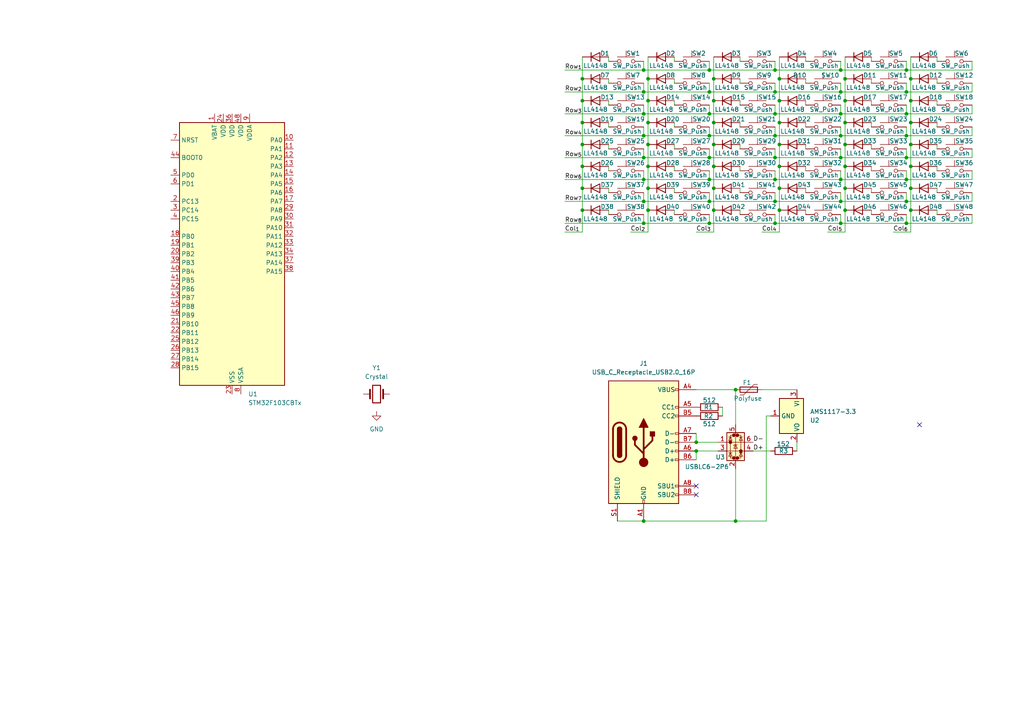
<source format=kicad_sch>
(kicad_sch (version 20250114) (generator "eeschema") (generator_version "9.0")
  (paper "A4")
  (lib_symbols
    (symbol "Connector:USB_C_Receptacle_USB2.0_16P" (pin_names (offset 1.016))
      (property "Reference" "J" (at 0 22.225 0))
      (property "Value" "USB_C_Receptacle_USB2.0_16P" (at 0 19.685 0))
      (symbol "USB_C_Receptacle_USB2.0_16P_1_1"
        (pin passive line (at -7.62 -22.86 90) (length 5.08) (name "SHIELD") (number "S1"))
        (pin passive line (at 0 -22.86 90) (length 5.08) (name "GND") (number "A1"))
        (pin passive line (at 0 -22.86 90) (length 5.08) (hide yes) (name "GND") (number "A12"))
        (pin passive line (at 0 -22.86 90) (length 5.08) (hide yes) (name "GND") (number "B1"))
        (pin passive line (at 0 -22.86 90) (length 5.08) (hide yes) (name "GND") (number "B12"))
        (pin passive line (at 15.24 15.24 180) (length 5.08) (name "VBUS") (number "A4"))
        (pin passive line (at 15.24 15.24 180) (length 5.08) (hide yes) (name "VBUS") (number "A9"))
        (pin passive line (at 15.24 15.24 180) (length 5.08) (hide yes) (name "VBUS") (number "B4"))
        (pin passive line (at 15.24 15.24 180) (length 5.08) (hide yes) (name "VBUS") (number "B9"))
        (pin bidirectional line (at 15.24 10.16 180) (length 5.08) (name "CC1") (number "A5"))
        (pin bidirectional line (at 15.24 7.62 180) (length 5.08) (name "CC2") (number "B5"))
        (pin bidirectional line (at 15.24 2.54 180) (length 5.08) (name "D-") (number "A7"))
        (pin bidirectional line (at 15.24 0 180) (length 5.08) (name "D-") (number "B7"))
        (pin bidirectional line (at 15.24 -2.54 180) (length 5.08) (name "D+") (number "A6"))
        (pin bidirectional line (at 15.24 -5.08 180) (length 5.08) (name "D+") (number "B6"))
        (pin bidirectional line (at 15.24 -12.7 180) (length 5.08) (name "SBU1") (number "A8"))
        (pin bidirectional line (at 15.24 -15.24 180) (length 5.08) (name "SBU2") (number "B8"))
      )
    )
    (symbol "Device:Crystal" (pin_numbers (hide yes)) (pin_names (offset 1.016) (hide yes))
      (property "Reference" "Y" (at 0 3.81 0))
      (property "Value" "Crystal" (at 0 -3.81 0))
      (symbol "Crystal_1_1"
        (pin passive line (at -3.81 0 0) (length 1.27) (name "1") (number "1"))
        (pin passive line (at 3.81 0 180) (length 1.27) (name "2") (number "2"))
      )
    )
    (symbol "Device:Polyfuse" (pin_numbers (hide yes)) (pin_names (offset 0))
      (property "Reference" "F" (at -2.54 0 90))
      (property "Value" "Polyfuse" (at 2.54 0 90))
      (symbol "Polyfuse_1_1"
        (pin passive line (at 0 3.81 270) (length 1.27) (name "~") (number "1"))
        (pin passive line (at 0 -3.81 90) (length 1.27) (name "~") (number "2"))
      )
    )
    (symbol "Device:R" (pin_numbers (hide yes)) (pin_names (offset 0))
      (property "Reference" "R" (at 2.032 0 90))
      (property "Value" "R" (at 0 0 90))
      (symbol "R_1_1"
        (pin passive line (at 0 3.81 270) (length 1.27) (name "~") (number "1"))
        (pin passive line (at 0 -3.81 90) (length 1.27) (name "~") (number "2"))
      )
    )
    (symbol "Diode:LL4148" (pin_numbers (hide yes)) (pin_names (hide yes))
      (property "Reference" "D" (at 0 2.54 0))
      (property "Value" "LL4148" (at 0 -2.54 0))
      (symbol "LL4148_1_1"
        (pin passive line (at -3.81 0 0) (length 2.54) (name "K") (number "1"))
        (pin passive line (at 3.81 0 180) (length 2.54) (name "A") (number "2"))
      )
    )
    (symbol "MCU_ST_STM32F1:STM32F103CBTx"
      (property "Reference" "U" (at -15.24 39.37 0))
      (property "Value" "STM32F103CBTx" (at 7.62 39.37 0))
      (symbol "STM32F103CBTx_1_1"
        (pin input line (at -17.78 33.02 0) (length 2.54) (name "NRST") (number "7"))
        (pin input line (at -17.78 27.94 0) (length 2.54) (name "BOOT0") (number "44"))
        (pin bidirectional line (at -17.78 22.86 0) (length 2.54) (name "PD0") (number "5"))
        (pin bidirectional line (at -17.78 20.32 0) (length 2.54) (name "PD1") (number "6"))
        (pin bidirectional line (at -17.78 15.24 0) (length 2.54) (name "PC13") (number "2"))
        (pin bidirectional line (at -17.78 12.7 0) (length 2.54) (name "PC14") (number "3"))
        (pin bidirectional line (at -17.78 10.16 0) (length 2.54) (name "PC15") (number "4"))
        (pin bidirectional line (at -17.78 5.08 0) (length 2.54) (name "PB0") (number "18"))
        (pin bidirectional line (at -17.78 2.54 0) (length 2.54) (name "PB1") (number "19"))
        (pin bidirectional line (at -17.78 0 0) (length 2.54) (name "PB2") (number "20"))
        (pin bidirectional line (at -17.78 -2.54 0) (length 2.54) (name "PB3") (number "39"))
        (pin bidirectional line (at -17.78 -5.08 0) (length 2.54) (name "PB4") (number "40"))
        (pin bidirectional line (at -17.78 -7.62 0) (length 2.54) (name "PB5") (number "41"))
        (pin bidirectional line (at -17.78 -10.16 0) (length 2.54) (name "PB6") (number "42"))
        (pin bidirectional line (at -17.78 -12.7 0) (length 2.54) (name "PB7") (number "43"))
        (pin bidirectional line (at -17.78 -15.24 0) (length 2.54) (name "PB8") (number "45"))
        (pin bidirectional line (at -17.78 -17.78 0) (length 2.54) (name "PB9") (number "46"))
        (pin bidirectional line (at -17.78 -20.32 0) (length 2.54) (name "PB10") (number "21"))
        (pin bidirectional line (at -17.78 -22.86 0) (length 2.54) (name "PB11") (number "22"))
        (pin bidirectional line (at -17.78 -25.4 0) (length 2.54) (name "PB12") (number "25"))
        (pin bidirectional line (at -17.78 -27.94 0) (length 2.54) (name "PB13") (number "26"))
        (pin bidirectional line (at -17.78 -30.48 0) (length 2.54) (name "PB14") (number "27"))
        (pin bidirectional line (at -17.78 -33.02 0) (length 2.54) (name "PB15") (number "28"))
        (pin power_in line (at -5.08 40.64 270) (length 2.54) (name "VBAT") (number "1"))
        (pin power_in line (at -2.54 40.64 270) (length 2.54) (name "VDD") (number "24"))
        (pin power_in line (at 0 40.64 270) (length 2.54) (name "VDD") (number "36"))
        (pin power_in line (at 0 -40.64 90) (length 2.54) (name "VSS") (number "23"))
        (pin passive line (at 0 -40.64 90) (length 2.54) (hide yes) (name "VSS") (number "35"))
        (pin passive line (at 0 -40.64 90) (length 2.54) (hide yes) (name "VSS") (number "47"))
        (pin power_in line (at 2.54 40.64 270) (length 2.54) (name "VDD") (number "48"))
        (pin power_in line (at 2.54 -40.64 90) (length 2.54) (name "VSSA") (number "8"))
        (pin power_in line (at 5.08 40.64 270) (length 2.54) (name "VDDA") (number "9"))
        (pin bidirectional line (at 17.78 33.02 180) (length 2.54) (name "PA0") (number "10"))
        (pin bidirectional line (at 17.78 30.48 180) (length 2.54) (name "PA1") (number "11"))
        (pin bidirectional line (at 17.78 27.94 180) (length 2.54) (name "PA2") (number "12"))
        (pin bidirectional line (at 17.78 25.4 180) (length 2.54) (name "PA3") (number "13"))
        (pin bidirectional line (at 17.78 22.86 180) (length 2.54) (name "PA4") (number "14"))
        (pin bidirectional line (at 17.78 20.32 180) (length 2.54) (name "PA5") (number "15"))
        (pin bidirectional line (at 17.78 17.78 180) (length 2.54) (name "PA6") (number "16"))
        (pin bidirectional line (at 17.78 15.24 180) (length 2.54) (name "PA7") (number "17"))
        (pin bidirectional line (at 17.78 12.7 180) (length 2.54) (name "PA8") (number "29"))
        (pin bidirectional line (at 17.78 10.16 180) (length 2.54) (name "PA9") (number "30"))
        (pin bidirectional line (at 17.78 7.62 180) (length 2.54) (name "PA10") (number "31"))
        (pin bidirectional line (at 17.78 5.08 180) (length 2.54) (name "PA11") (number "32"))
        (pin bidirectional line (at 17.78 2.54 180) (length 2.54) (name "PA12") (number "33"))
        (pin bidirectional line (at 17.78 0 180) (length 2.54) (name "PA13") (number "34"))
        (pin bidirectional line (at 17.78 -2.54 180) (length 2.54) (name "PA14") (number "37"))
        (pin bidirectional line (at 17.78 -5.08 180) (length 2.54) (name "PA15") (number "38"))
      )
    )
    (symbol "Power_Protection:USBLC6-2P6" (pin_names (hide yes))
      (property "Reference" "U" (at 0.635 5.715 0))
      (property "Value" "USBLC6-2P6" (at 0.635 3.81 0))
      (symbol "USBLC6-2P6_1_1"
        (pin passive line (at -5.08 0 0) (length 2.54) (name "I/O1") (number "1"))
        (pin passive line (at -5.08 -2.54 0) (length 2.54) (name "I/O2") (number "3"))
        (pin passive line (at 0 5.08 270) (length 2.54) (name "VBUS") (number "5"))
        (pin passive line (at 0 -7.62 90) (length 2.54) (name "GND") (number "2"))
        (pin passive line (at 5.08 0 180) (length 2.54) (name "I/O1") (number "6"))
        (pin passive line (at 5.08 -2.54 180) (length 2.54) (name "I/O2") (number "4"))
      )
    )
    (symbol "Regulator_Linear:AMS1117-3.3"
      (property "Reference" "U" (at -3.81 3.175 0))
      (property "Value" "AMS1117-3.3" (at 0 3.175 0))
      (symbol "AMS1117-3.3_1_1"
        (pin power_in line (at -7.62 0 0) (length 2.54) (name "VI") (number "3"))
        (pin power_in line (at 0 -7.62 90) (length 2.54) (name "GND") (number "1"))
        (pin power_out line (at 7.62 0 180) (length 2.54) (name "VO") (number "2"))
      )
    )
    (symbol "Switch:SW_Push" (pin_numbers (hide yes)) (pin_names (offset 1.016) (hide yes))
      (property "Reference" "SW" (at 1.27 2.54 0))
      (property "Value" "SW_Push" (at 0 -1.524 0))
      (symbol "SW_Push_0_1"
        (pin passive line (at -5.08 0 0) (length 2.54) (name "1") (number "1"))
        (pin passive line (at 5.08 0 180) (length 2.54) (name "2") (number "2"))
      )
    )
    (symbol "power:GND" (power) (pin_numbers (hide yes)) (pin_names (offset 0) (hide yes))
      (property "Value" "GND" (at 0 -3.81 0))
      (symbol "GND_1_1"
        (pin power_in line (at 0 0 270) (length 0) (name "~") (number "1"))
      )
    )
  )
  (junction (at 245.11 29.21))
  (junction (at 243.84 52.07))
  (junction (at 245.11 41.91))
  (junction (at 245.11 35.56))
  (junction (at 205.74 20.32))
  (junction (at 224.79 33.02))
  (junction (at 226.06 48.26))
  (junction (at 213.36 113.03))
  (junction (at 205.74 45.72))
  (junction (at 226.06 35.56))
  (junction (at 201.93 128.27))
  (junction (at 264.16 54.61))
  (junction (at 226.06 22.86))
  (junction (at 186.69 64.77))
  (junction (at 168.91 22.86))
  (junction (at 245.11 22.86))
  (junction (at 226.06 60.96))
  (junction (at 243.84 39.37))
  (junction (at 243.84 45.72))
  (junction (at 224.79 64.77))
  (junction (at 262.89 52.07))
  (junction (at 187.96 48.26))
  (junction (at 224.79 45.72))
  (junction (at 186.69 39.37))
  (junction (at 207.01 41.91))
  (junction (at 262.89 58.42))
  (junction (at 186.69 45.72))
  (junction (at 207.01 22.86))
  (junction (at 262.89 20.32))
  (junction (at 168.91 29.21))
  (junction (at 262.89 33.02))
  (junction (at 245.11 60.96))
  (junction (at 245.11 48.26))
  (junction (at 226.06 29.21))
  (junction (at 205.74 39.37))
  (junction (at 245.11 54.61))
  (junction (at 186.69 26.67))
  (junction (at 224.79 26.67))
  (junction (at 243.84 26.67))
  (junction (at 224.79 39.37))
  (junction (at 264.16 41.91))
  (junction (at 205.74 64.77))
  (junction (at 186.69 33.02))
  (junction (at 168.91 60.96))
  (junction (at 207.01 54.61))
  (junction (at 207.01 48.26))
  (junction (at 187.96 60.96))
  (junction (at 207.01 29.21))
  (junction (at 226.06 41.91))
  (junction (at 205.74 26.67))
  (junction (at 187.96 22.86))
  (junction (at 207.01 35.56))
  (junction (at 201.93 130.81))
  (junction (at 186.69 20.32))
  (junction (at 187.96 29.21))
  (junction (at 168.91 35.56))
  (junction (at 168.91 54.61))
  (junction (at 224.79 58.42))
  (junction (at 262.89 64.77))
  (junction (at 264.16 48.26))
  (junction (at 207.01 60.96))
  (junction (at 168.91 48.26))
  (junction (at 168.91 41.91))
  (junction (at 243.84 58.42))
  (junction (at 186.69 151.13))
  (junction (at 243.84 20.32))
  (junction (at 243.84 33.02))
  (junction (at 187.96 35.56))
  (junction (at 205.74 58.42))
  (junction (at 262.89 26.67))
  (junction (at 226.06 54.61))
  (junction (at 224.79 20.32))
  (junction (at 213.36 151.13))
  (junction (at 186.69 58.42))
  (junction (at 205.74 52.07))
  (junction (at 264.16 35.56))
  (junction (at 264.16 60.96))
  (junction (at 186.69 52.07))
  (junction (at 205.74 33.02))
  (junction (at 187.96 41.91))
  (junction (at 262.89 39.37))
  (junction (at 264.16 29.21))
  (junction (at 264.16 22.86))
  (junction (at 243.84 64.77))
  (junction (at 262.89 45.72))
  (junction (at 187.96 54.61))
  (junction (at 224.79 52.07))
  (no_connect (at 201.93 140.97))
  (no_connect (at 266.7 123.19))
  (no_connect (at 201.93 143.51))
  (wire (pts (xy 243.84 20.32) (xy 262.89 20.32)))
  (wire (pts (xy 224.79 64.77) (xy 224.79 62.23)))
  (wire (pts (xy 233.68 29.21) (xy 233.68 30.48)))
  (wire (pts (xy 168.91 60.96) (xy 168.91 67.31)))
  (wire (pts (xy 207.01 16.51) (xy 207.01 22.86)))
  (wire (pts (xy 226.06 29.21) (xy 226.06 35.56)))
  (wire (pts (xy 231.14 128.27) (xy 231.14 130.81)))
  (wire (pts (xy 262.89 45.72) (xy 281.94 45.72)))
  (wire (pts (xy 262.89 26.67) (xy 262.89 24.13)))
  (wire (pts (xy 262.89 39.37) (xy 262.89 36.83)))
  (wire (pts (xy 214.63 22.86) (xy 214.63 24.13)))
  (wire (pts (xy 222.25 120.65) (xy 222.25 151.13)))
  (wire (pts (xy 201.93 113.03) (xy 213.36 113.03)))
  (wire (pts (xy 214.63 29.21) (xy 214.63 30.48)))
  (wire (pts (xy 201.93 128.27) (xy 201.93 125.73)))
  (wire (pts (xy 168.91 29.21) (xy 168.91 35.56)))
  (wire (pts (xy 281.94 20.32) (xy 281.94 17.78)))
  (wire (pts (xy 163.83 33.02) (xy 186.69 33.02)))
  (wire (pts (xy 224.79 20.32) (xy 224.79 17.78)))
  (wire (pts (xy 186.69 20.32) (xy 186.69 17.78)))
  (wire (pts (xy 252.73 54.61) (xy 252.73 55.88)))
  (wire (pts (xy 262.89 45.72) (xy 262.89 43.18)))
  (wire (pts (xy 163.83 52.07) (xy 186.69 52.07)))
  (wire (pts (xy 243.84 39.37) (xy 243.84 36.83)))
  (wire (pts (xy 207.01 41.91) (xy 207.01 48.26)))
  (wire (pts (xy 252.73 22.86) (xy 252.73 24.13)))
  (wire (pts (xy 205.74 58.42) (xy 224.79 58.42)))
  (wire (pts (xy 186.69 45.72) (xy 186.69 43.18)))
  (wire (pts (xy 195.58 41.91) (xy 195.58 43.18)))
  (wire (pts (xy 205.74 52.07) (xy 224.79 52.07)))
  (wire (pts (xy 168.91 22.86) (xy 168.91 29.21)))
  (wire (pts (xy 281.94 33.02) (xy 281.94 30.48)))
  (wire (pts (xy 207.01 54.61) (xy 207.01 60.96)))
  (wire (pts (xy 271.78 29.21) (xy 271.78 30.48)))
  (wire (pts (xy 271.78 60.96) (xy 271.78 62.23)))
  (wire (pts (xy 205.74 45.72) (xy 205.74 43.18)))
  (wire (pts (xy 163.83 26.67) (xy 186.69 26.67)))
  (wire (pts (xy 179.07 151.13) (xy 186.69 151.13)))
  (wire (pts (xy 243.84 20.32) (xy 243.84 17.78)))
  (wire (pts (xy 186.69 151.13) (xy 213.36 151.13)))
  (wire (pts (xy 281.94 64.77) (xy 281.94 62.23)))
  (wire (pts (xy 207.01 35.56) (xy 207.01 41.91)))
  (wire (pts (xy 264.16 22.86) (xy 264.16 29.21)))
  (wire (pts (xy 195.58 48.26) (xy 195.58 49.53)))
  (wire (pts (xy 262.89 39.37) (xy 281.94 39.37)))
  (wire (pts (xy 176.53 16.51) (xy 176.53 17.78)))
  (wire (pts (xy 186.69 64.77) (xy 186.69 62.23)))
  (wire (pts (xy 209.55 118.11) (xy 209.55 120.65)))
  (wire (pts (xy 224.79 39.37) (xy 243.84 39.37)))
  (wire (pts (xy 195.58 29.21) (xy 195.58 30.48)))
  (wire (pts (xy 226.06 16.51) (xy 226.06 22.86)))
  (wire (pts (xy 205.74 45.72) (xy 224.79 45.72)))
  (wire (pts (xy 226.06 41.91) (xy 226.06 48.26)))
  (wire (pts (xy 223.52 120.65) (xy 222.25 120.65)))
  (wire (pts (xy 205.74 20.32) (xy 224.79 20.32)))
  (wire (pts (xy 243.84 64.77) (xy 262.89 64.77)))
  (wire (pts (xy 176.53 41.91) (xy 176.53 43.18)))
  (wire (pts (xy 195.58 16.51) (xy 195.58 17.78)))
  (wire (pts (xy 195.58 35.56) (xy 195.58 36.83)))
  (wire (pts (xy 163.83 45.72) (xy 186.69 45.72)))
  (wire (pts (xy 214.63 60.96) (xy 214.63 62.23)))
  (wire (pts (xy 182.88 67.31) (xy 187.96 67.31)))
  (wire (pts (xy 187.96 48.26) (xy 187.96 54.61)))
  (wire (pts (xy 186.69 39.37) (xy 205.74 39.37)))
  (wire (pts (xy 186.69 26.67) (xy 186.69 24.13)))
  (wire (pts (xy 176.53 48.26) (xy 176.53 49.53)))
  (wire (pts (xy 233.68 48.26) (xy 233.68 49.53)))
  (wire (pts (xy 281.94 26.67) (xy 281.94 24.13)))
  (wire (pts (xy 262.89 64.77) (xy 281.94 64.77)))
  (wire (pts (xy 233.68 16.51) (xy 233.68 17.78)))
  (wire (pts (xy 163.83 64.77) (xy 186.69 64.77)))
  (wire (pts (xy 214.63 41.91) (xy 214.63 43.18)))
  (wire (pts (xy 243.84 52.07) (xy 243.84 49.53)))
  (wire (pts (xy 224.79 33.02) (xy 224.79 30.48)))
  (wire (pts (xy 245.11 60.96) (xy 245.11 67.31)))
  (wire (pts (xy 264.16 35.56) (xy 264.16 41.91)))
  (wire (pts (xy 163.83 39.37) (xy 186.69 39.37)))
  (wire (pts (xy 168.91 41.91) (xy 168.91 48.26)))
  (wire (pts (xy 224.79 39.37) (xy 224.79 36.83)))
  (wire (pts (xy 207.01 60.96) (xy 207.01 67.31)))
  (wire (pts (xy 224.79 20.32) (xy 243.84 20.32)))
  (wire (pts (xy 186.69 26.67) (xy 205.74 26.67)))
  (wire (pts (xy 264.16 29.21) (xy 264.16 35.56)))
  (wire (pts (xy 252.73 29.21) (xy 252.73 30.48)))
  (wire (pts (xy 186.69 52.07) (xy 186.69 49.53)))
  (wire (pts (xy 208.28 130.81) (xy 201.93 130.81)))
  (wire (pts (xy 205.74 33.02) (xy 205.74 30.48)))
  (wire (pts (xy 176.53 22.86) (xy 176.53 24.13)))
  (wire (pts (xy 243.84 45.72) (xy 243.84 43.18)))
  (wire (pts (xy 245.11 16.51) (xy 245.11 22.86)))
  (wire (pts (xy 186.69 33.02) (xy 205.74 33.02)))
  (wire (pts (xy 224.79 26.67) (xy 224.79 24.13)))
  (wire (pts (xy 224.79 64.77) (xy 243.84 64.77)))
  (wire (pts (xy 252.73 35.56) (xy 252.73 36.83)))
  (wire (pts (xy 281.94 39.37) (xy 281.94 36.83)))
  (wire (pts (xy 243.84 26.67) (xy 262.89 26.67)))
  (wire (pts (xy 187.96 41.91) (xy 187.96 48.26)))
  (wire (pts (xy 243.84 52.07) (xy 262.89 52.07)))
  (wire (pts (xy 252.73 48.26) (xy 252.73 49.53)))
  (wire (pts (xy 281.94 52.07) (xy 281.94 49.53)))
  (wire (pts (xy 205.74 26.67) (xy 224.79 26.67)))
  (wire (pts (xy 243.84 39.37) (xy 262.89 39.37)))
  (wire (pts (xy 205.74 33.02) (xy 224.79 33.02)))
  (wire (pts (xy 233.68 54.61) (xy 233.68 55.88)))
  (wire (pts (xy 245.11 35.56) (xy 245.11 41.91)))
  (wire (pts (xy 213.36 135.89) (xy 213.36 151.13)))
  (wire (pts (xy 186.69 39.37) (xy 186.69 36.83)))
  (wire (pts (xy 264.16 60.96) (xy 264.16 67.31)))
  (wire (pts (xy 271.78 48.26) (xy 271.78 49.53)))
  (wire (pts (xy 186.69 33.02) (xy 186.69 30.48)))
  (wire (pts (xy 271.78 22.86) (xy 271.78 24.13)))
  (wire (pts (xy 168.91 35.56) (xy 168.91 41.91)))
  (wire (pts (xy 245.11 41.91) (xy 245.11 48.26)))
  (wire (pts (xy 259.08 67.31) (xy 264.16 67.31)))
  (wire (pts (xy 243.84 58.42) (xy 262.89 58.42)))
  (wire (pts (xy 243.84 45.72) (xy 262.89 45.72)))
  (wire (pts (xy 201.93 67.31) (xy 207.01 67.31)))
  (wire (pts (xy 226.06 48.26) (xy 226.06 54.61)))
  (wire (pts (xy 264.16 48.26) (xy 264.16 54.61)))
  (wire (pts (xy 245.11 48.26) (xy 245.11 54.61)))
  (wire (pts (xy 226.06 22.86) (xy 226.06 29.21)))
  (wire (pts (xy 163.83 67.31) (xy 168.91 67.31)))
  (wire (pts (xy 224.79 33.02) (xy 243.84 33.02)))
  (wire (pts (xy 176.53 60.96) (xy 176.53 62.23)))
  (wire (pts (xy 226.06 35.56) (xy 226.06 41.91)))
  (wire (pts (xy 186.69 58.42) (xy 205.74 58.42)))
  (wire (pts (xy 245.11 29.21) (xy 245.11 35.56)))
  (wire (pts (xy 245.11 22.86) (xy 245.11 29.21)))
  (wire (pts (xy 262.89 26.67) (xy 281.94 26.67)))
  (wire (pts (xy 195.58 60.96) (xy 195.58 62.23)))
  (wire (pts (xy 226.06 54.61) (xy 226.06 60.96)))
  (wire (pts (xy 213.36 113.03) (xy 213.36 123.19)))
  (wire (pts (xy 214.63 16.51) (xy 214.63 17.78)))
  (wire (pts (xy 205.74 64.77) (xy 205.74 62.23)))
  (wire (pts (xy 186.69 58.42) (xy 186.69 55.88)))
  (wire (pts (xy 243.84 64.77) (xy 243.84 62.23)))
  (wire (pts (xy 176.53 54.61) (xy 176.53 55.88)))
  (wire (pts (xy 233.68 22.86) (xy 233.68 24.13)))
  (wire (pts (xy 195.58 54.61) (xy 195.58 55.88)))
  (wire (pts (xy 243.84 33.02) (xy 262.89 33.02)))
  (wire (pts (xy 207.01 29.21) (xy 207.01 35.56)))
  (wire (pts (xy 233.68 41.91) (xy 233.68 43.18)))
  (wire (pts (xy 205.74 64.77) (xy 224.79 64.77)))
  (wire (pts (xy 168.91 16.51) (xy 168.91 22.86)))
  (wire (pts (xy 207.01 22.86) (xy 207.01 29.21)))
  (wire (pts (xy 168.91 48.26) (xy 168.91 54.61)))
  (wire (pts (xy 262.89 33.02) (xy 281.94 33.02)))
  (wire (pts (xy 271.78 41.91) (xy 271.78 43.18)))
  (wire (pts (xy 262.89 20.32) (xy 262.89 17.78)))
  (wire (pts (xy 218.44 130.81) (xy 223.52 130.81)))
  (wire (pts (xy 262.89 33.02) (xy 262.89 30.48)))
  (wire (pts (xy 224.79 45.72) (xy 224.79 43.18)))
  (wire (pts (xy 224.79 26.67) (xy 243.84 26.67)))
  (wire (pts (xy 176.53 29.21) (xy 176.53 30.48)))
  (wire (pts (xy 224.79 45.72) (xy 243.84 45.72)))
  (wire (pts (xy 187.96 29.21) (xy 187.96 35.56)))
  (wire (pts (xy 187.96 54.61) (xy 187.96 60.96)))
  (wire (pts (xy 214.63 54.61) (xy 214.63 55.88)))
  (wire (pts (xy 186.69 45.72) (xy 205.74 45.72)))
  (wire (pts (xy 195.58 22.86) (xy 195.58 24.13)))
  (wire (pts (xy 271.78 35.56) (xy 271.78 36.83)))
  (wire (pts (xy 205.74 20.32) (xy 205.74 17.78)))
  (wire (pts (xy 262.89 52.07) (xy 262.89 49.53)))
  (wire (pts (xy 281.94 58.42) (xy 281.94 55.88)))
  (wire (pts (xy 205.74 58.42) (xy 205.74 55.88)))
  (wire (pts (xy 264.16 41.91) (xy 264.16 48.26)))
  (wire (pts (xy 201.93 130.81) (xy 201.93 133.35)))
  (wire (pts (xy 205.74 26.67) (xy 205.74 24.13)))
  (wire (pts (xy 163.83 58.42) (xy 186.69 58.42)))
  (wire (pts (xy 224.79 52.07) (xy 224.79 49.53)))
  (wire (pts (xy 205.74 39.37) (xy 205.74 36.83)))
  (wire (pts (xy 226.06 60.96) (xy 226.06 67.31)))
  (wire (pts (xy 224.79 52.07) (xy 243.84 52.07)))
  (wire (pts (xy 233.68 35.56) (xy 233.68 36.83)))
  (wire (pts (xy 262.89 58.42) (xy 262.89 55.88)))
  (wire (pts (xy 262.89 20.32) (xy 281.94 20.32)))
  (wire (pts (xy 264.16 16.51) (xy 264.16 22.86)))
  (wire (pts (xy 214.63 48.26) (xy 214.63 49.53)))
  (wire (pts (xy 252.73 41.91) (xy 252.73 43.18)))
  (wire (pts (xy 224.79 58.42) (xy 243.84 58.42)))
  (wire (pts (xy 208.28 128.27) (xy 201.93 128.27)))
  (wire (pts (xy 243.84 26.67) (xy 243.84 24.13)))
  (wire (pts (xy 214.63 35.56) (xy 214.63 36.83)))
  (wire (pts (xy 262.89 52.07) (xy 281.94 52.07)))
  (wire (pts (xy 220.98 113.03) (xy 231.14 113.03)))
  (wire (pts (xy 213.36 151.13) (xy 222.25 151.13)))
  (wire (pts (xy 187.96 35.56) (xy 187.96 41.91)))
  (wire (pts (xy 243.84 33.02) (xy 243.84 30.48)))
  (wire (pts (xy 186.69 52.07) (xy 205.74 52.07)))
  (wire (pts (xy 243.84 58.42) (xy 243.84 55.88)))
  (wire (pts (xy 205.74 39.37) (xy 224.79 39.37)))
  (wire (pts (xy 252.73 16.51) (xy 252.73 17.78)))
  (wire (pts (xy 205.74 52.07) (xy 205.74 49.53)))
  (wire (pts (xy 233.68 60.96) (xy 233.68 62.23)))
  (wire (pts (xy 271.78 54.61) (xy 271.78 55.88)))
  (wire (pts (xy 245.11 54.61) (xy 245.11 60.96)))
  (wire (pts (xy 240.03 67.31) (xy 245.11 67.31)))
  (wire (pts (xy 271.78 16.51) (xy 271.78 17.78)))
  (wire (pts (xy 264.16 54.61) (xy 264.16 60.96)))
  (wire (pts (xy 262.89 64.77) (xy 262.89 62.23)))
  (wire (pts (xy 281.94 45.72) (xy 281.94 43.18)))
  (wire (pts (xy 252.73 60.96) (xy 252.73 62.23)))
  (wire (pts (xy 187.96 60.96) (xy 187.96 67.31)))
  (wire (pts (xy 262.89 58.42) (xy 281.94 58.42)))
  (wire (pts (xy 186.69 20.32) (xy 205.74 20.32)))
  (wire (pts (xy 176.53 35.56) (xy 176.53 36.83)))
  (wire (pts (xy 220.98 67.31) (xy 226.06 67.31)))
  (wire (pts (xy 168.91 54.61) (xy 168.91 60.96)))
  (wire (pts (xy 224.79 58.42) (xy 224.79 55.88)))
  (wire (pts (xy 186.69 64.77) (xy 205.74 64.77)))
  (wire (pts (xy 187.96 16.51) (xy 187.96 22.86)))
  (wire (pts (xy 207.01 48.26) (xy 207.01 54.61)))
  (wire (pts (xy 163.83 20.32) (xy 186.69 20.32)))
  (wire (pts (xy 187.96 22.86) (xy 187.96 29.21)))
  (label "Col_{6}" (at 259.08 67.31 0))
  (label "Row_{4}" (at 163.83 39.37 0))
  (label "Col_{4}" (at 220.98 67.31 0))
  (label "Row_{8}" (at 163.83 64.77 0))
  (label "Col_{2}" (at 182.88 67.31 0))
  (label "Row_{1}" (at 163.83 20.32 0))
  (label "Col_{5}" (at 240.03 67.31 0))
  (label "Col_{3}" (at 201.93 67.31 0))
  (label "Row_{2}" (at 163.83 26.67 0))
  (label "Col_{1}" (at 163.83 67.31 0))
  (label "D-" (at 218.44 128.27 0))
  (label "Row_{5}" (at 163.83 45.72 0))
  (label "Row_{7}" (at 163.83 58.42 0))
  (label "Row_{3}" (at 163.83 33.02 0))
  (label "Row_{6}" (at 163.83 52.07 0))
  (label "D+" (at 218.44 130.81 0))
  (symbol (lib_id "Switch:SW_Push") (at 181.61 55.88 0) (mirror y) (unit 1)
    (property "Reference" "SW37" (at 184.404 53.594 0))
    (property "Value" "SW_Push" (at 181.864 57.15 0))
    (property "Footprint" "Button_Switch_Keyboard:SW_Cherry_MX_1.00u_PCB" (effects (hide yes)))
    (property "Description" "Push button switch, generic, two pins" (effects (hide yes)))
  )
  (symbol (lib_id "Switch:SW_Push") (at 200.66 36.83 0) (mirror y) (unit 1)
    (property "Reference" "SW20" (at 203.454 34.544 0))
    (property "Value" "SW_Push" (at 200.914 38.1 0))
    (property "Footprint" "Button_Switch_Keyboard:SW_Cherry_MX_1.00u_PCB" (effects (hide yes)))
    (property "Description" "Push button switch, generic, two pins" (effects (hide yes)))
  )
  (symbol (lib_id "Diode:LL4148") (at 210.82 35.56 0) (mirror x) (unit 1)
    (property "Reference" "D21" (at 216.154 34.544 0) (effects (justify right)))
    (property "Value" "LL4148" (at 214.376 38.1 0) (effects (justify right)))
    (property "Footprint" "Diode_SMD:D_MiniMELF" (effects (hide yes)))
    (property "Datasheet" "http://www.vishay.com/docs/85557/ll4148.pdf" (effects (hide yes)))
    (property "Description" "100V 0.15A standard switching diode, MiniMELF" (effects (hide yes)))
    (property "Sim.Device" "D" (effects (hide yes)))
    (property "Sim.Pins" "1=K 2=A" (effects (hide yes)))
  )
  (symbol (lib_id "Diode:LL4148") (at 191.77 16.51 0) (mirror x) (unit 1)
    (property "Reference" "D2" (at 195.834 15.494 0) (effects (justify right)))
    (property "Value" "LL4148" (at 195.326 19.05 0) (effects (justify right)))
    (property "Footprint" "Diode_SMD:D_MiniMELF" (effects (hide yes)))
    (property "Datasheet" "http://www.vishay.com/docs/85557/ll4148.pdf" (effects (hide yes)))
    (property "Description" "100V 0.15A standard switching diode, MiniMELF" (effects (hide yes)))
    (property "Sim.Device" "D" (effects (hide yes)))
    (property "Sim.Pins" "1=K 2=A" (effects (hide yes)))
  )
  (symbol (lib_id "Diode:LL4148") (at 267.97 41.91 0) (mirror x) (unit 1)
    (property "Reference" "D35" (at 273.304 40.894 0) (effects (justify right)))
    (property "Value" "LL4148" (at 271.526 44.45 0) (effects (justify right)))
    (property "Footprint" "Diode_SMD:D_MiniMELF" (effects (hide yes)))
    (property "Datasheet" "http://www.vishay.com/docs/85557/ll4148.pdf" (effects (hide yes)))
    (property "Description" "100V 0.15A standard switching diode, MiniMELF" (effects (hide yes)))
    (property "Sim.Device" "D" (effects (hide yes)))
    (property "Sim.Pins" "1=K 2=A" (effects (hide yes)))
  )
  (symbol (lib_id "Switch:SW_Push") (at 238.76 17.78 0) (mirror y) (unit 1)
    (property "Reference" "SW4" (at 240.792 15.494 0))
    (property "Value" "SW_Push" (at 239.014 19.05 0))
    (property "Footprint" "Button_Switch_Keyboard:SW_Cherry_MX_1.00u_PCB" (effects (hide yes)))
    (property "Description" "Push button switch, generic, two pins" (effects (hide yes)))
  )
  (symbol (lib_id "Diode:LL4148") (at 172.72 41.91 0) (mirror x) (unit 1)
    (property "Reference" "D25" (at 178.054 40.894 0) (effects (justify right)))
    (property "Value" "LL4148" (at 176.276 44.45 0) (effects (justify right)))
    (property "Footprint" "Diode_SMD:D_MiniMELF" (effects (hide yes)))
    (property "Datasheet" "http://www.vishay.com/docs/85557/ll4148.pdf" (effects (hide yes)))
    (property "Description" "100V 0.15A standard switching diode, MiniMELF" (effects (hide yes)))
    (property "Sim.Device" "D" (effects (hide yes)))
    (property "Sim.Pins" "1=K 2=A" (effects (hide yes)))
  )
  (symbol (lib_id "Switch:SW_Push") (at 257.81 55.88 0) (mirror y) (unit 1)
    (property "Reference" "SW45" (at 260.604 53.594 0))
    (property "Value" "SW_Push" (at 258.064 57.15 0))
    (property "Footprint" "Button_Switch_Keyboard:SW_Cherry_MX_1.00u_PCB" (effects (hide yes)))
    (property "Description" "Push button switch, generic, two pins" (effects (hide yes)))
  )
  (symbol (lib_id "Switch:SW_Push") (at 238.76 62.23 0) (mirror y) (unit 1)
    (property "Reference" "SW44" (at 241.554 59.944 0))
    (property "Value" "SW_Push" (at 239.014 63.5 0))
    (property "Footprint" "Button_Switch_Keyboard:SW_Cherry_MX_1.00u_PCB" (effects (hide yes)))
    (property "Description" "Push button switch, generic, two pins" (effects (hide yes)))
  )
  (symbol (lib_id "Diode:LL4148") (at 191.77 22.86 0) (mirror x) (unit 1)
    (property "Reference" "D8" (at 195.834 21.844 0) (effects (justify right)))
    (property "Value" "LL4148" (at 195.326 25.4 0) (effects (justify right)))
    (property "Footprint" "Diode_SMD:D_MiniMELF" (effects (hide yes)))
    (property "Datasheet" "http://www.vishay.com/docs/85557/ll4148.pdf" (effects (hide yes)))
    (property "Description" "100V 0.15A standard switching diode, MiniMELF" (effects (hide yes)))
    (property "Sim.Device" "D" (effects (hide yes)))
    (property "Sim.Pins" "1=K 2=A" (effects (hide yes)))
  )
  (symbol (lib_id "Switch:SW_Push") (at 276.86 17.78 0) (mirror y) (unit 1)
    (property "Reference" "SW6" (at 278.892 15.494 0))
    (property "Value" "SW_Push" (at 277.114 19.05 0))
    (property "Footprint" "Button_Switch_Keyboard:SW_Cherry_MX_1.00u_PCB" (effects (hide yes)))
    (property "Description" "Push button switch, generic, two pins" (effects (hide yes)))
  )
  (symbol (lib_id "Diode:LL4148") (at 267.97 54.61 0) (mirror x) (unit 1)
    (property "Reference" "D47" (at 273.304 53.594 0) (effects (justify right)))
    (property "Value" "LL4148" (at 271.526 57.15 0) (effects (justify right)))
    (property "Footprint" "Diode_SMD:D_MiniMELF" (effects (hide yes)))
    (property "Datasheet" "http://www.vishay.com/docs/85557/ll4148.pdf" (effects (hide yes)))
    (property "Description" "100V 0.15A standard switching diode, MiniMELF" (effects (hide yes)))
    (property "Sim.Device" "D" (effects (hide yes)))
    (property "Sim.Pins" "1=K 2=A" (effects (hide yes)))
  )
  (symbol (lib_id "Diode:LL4148") (at 210.82 29.21 0) (mirror x) (unit 1)
    (property "Reference" "D15" (at 216.154 28.194 0) (effects (justify right)))
    (property "Value" "LL4148" (at 214.376 31.75 0) (effects (justify right)))
    (property "Footprint" "Diode_SMD:D_MiniMELF" (effects (hide yes)))
    (property "Datasheet" "http://www.vishay.com/docs/85557/ll4148.pdf" (effects (hide yes)))
    (property "Description" "100V 0.15A standard switching diode, MiniMELF" (effects (hide yes)))
    (property "Sim.Device" "D" (effects (hide yes)))
    (property "Sim.Pins" "1=K 2=A" (effects (hide yes)))
  )
  (symbol (lib_id "Diode:LL4148") (at 210.82 41.91 0) (mirror x) (unit 1)
    (property "Reference" "D29" (at 216.154 40.894 0) (effects (justify right)))
    (property "Value" "LL4148" (at 214.376 44.45 0) (effects (justify right)))
    (property "Footprint" "Diode_SMD:D_MiniMELF" (effects (hide yes)))
    (property "Datasheet" "http://www.vishay.com/docs/85557/ll4148.pdf" (effects (hide yes)))
    (property "Description" "100V 0.15A standard switching diode, MiniMELF" (effects (hide yes)))
    (property "Sim.Device" "D" (effects (hide yes)))
    (property "Sim.Pins" "1=K 2=A" (effects (hide yes)))
  )
  (symbol (lib_id "Switch:SW_Push") (at 219.71 36.83 0) (mirror y) (unit 1)
    (property "Reference" "SW21" (at 222.504 34.544 0))
    (property "Value" "SW_Push" (at 219.964 38.1 0))
    (property "Footprint" "Button_Switch_Keyboard:SW_Cherry_MX_1.00u_PCB" (effects (hide yes)))
    (property "Description" "Push button switch, generic, two pins" (effects (hide yes)))
  )
  (symbol (lib_id "Diode:LL4148") (at 191.77 48.26 0) (mirror x) (unit 1)
    (property "Reference" "D28" (at 197.104 47.244 0) (effects (justify right)))
    (property "Value" "LL4148" (at 195.326 50.8 0) (effects (justify right)))
    (property "Footprint" "Diode_SMD:D_MiniMELF" (effects (hide yes)))
    (property "Datasheet" "http://www.vishay.com/docs/85557/ll4148.pdf" (effects (hide yes)))
    (property "Description" "100V 0.15A standard switching diode, MiniMELF" (effects (hide yes)))
    (property "Sim.Device" "D" (effects (hide yes)))
    (property "Sim.Pins" "1=K 2=A" (effects (hide yes)))
  )
  (symbol (lib_id "Switch:SW_Push") (at 181.61 62.23 0) (mirror y) (unit 1)
    (property "Reference" "SW38" (at 184.404 59.944 0))
    (property "Value" "SW_Push" (at 181.864 63.5 0))
    (property "Footprint" "Button_Switch_Keyboard:SW_Cherry_MX_1.00u_PCB" (effects (hide yes)))
    (property "Description" "Push button switch, generic, two pins" (effects (hide yes)))
  )
  (symbol (lib_id "Switch:SW_Push") (at 238.76 55.88 0) (mirror y) (unit 1)
    (property "Reference" "SW43" (at 241.554 53.594 0))
    (property "Value" "SW_Push" (at 239.014 57.15 0))
    (property "Footprint" "Button_Switch_Keyboard:SW_Cherry_MX_1.00u_PCB" (effects (hide yes)))
    (property "Description" "Push button switch, generic, two pins" (effects (hide yes)))
  )
  (symbol (lib_id "Device:Polyfuse") (at 217.17 113.03 90) (unit 1)
    (property "Reference" "F1" (at 216.662 110.998 90))
    (property "Value" "Polyfuse" (at 216.916 115.57 90))
    (property "Description" "Resettable fuse, polymeric positive temperature coefficient" (effects (hide yes)))
  )
  (symbol (lib_id "Regulator_Linear:AMS1117-3.3") (at 231.14 120.65 270) (unit 1)
    (property "Reference" "U2" (at 234.95 121.9201 90) (effects (justify left)))
    (property "Value" "AMS1117-3.3" (at 234.95 119.3801 90) (effects (justify left)))
    (property "Footprint" "Package_TO_SOT_SMD:SOT-223-3_TabPin2" (effects (hide yes)))
    (property "Datasheet" "http://www.advanced-monolithic.com/pdf/ds1117.pdf" (effects (hide yes)))
    (property "Description" "1A Low Dropout regulator, positive, 3.3V fixed output, SOT-223" (effects (hide yes)))
  )
  (symbol (lib_id "power:GND") (at 109.22 119.38 0) (unit 1)
    (property "Reference" "#PWR01" (effects (hide yes)))
    (property "Value" "GND" (at 109.22 124.46 0))
    (property "Description" "Power symbol creates a global label with name \"GND\" , ground" (effects (hide yes)))
  )
  (symbol (lib_id "Power_Protection:USBLC6-2P6") (at 213.36 128.27 0) (unit 1)
    (property "Reference" "U3" (at 207.518 132.588 0) (effects (justify left)))
    (property "Value" "USBLC6-2P6" (at 198.628 135.382 0) (effects (justify left)))
    (property "Footprint" "Package_TO_SOT_SMD:SOT-666" (effects (hide yes)))
    (property "Datasheet" "https://www.st.com/resource/en/datasheet/usblc6-2.pdf" (effects (hide yes)))
    (property "Description" "Very low capacitance ESD protection diode, 2 data-line, SOT-666" (effects (hide yes)))
  )
  (symbol (lib_id "Diode:LL4148") (at 267.97 22.86 0) (mirror x) (unit 1)
    (property "Reference" "D12" (at 273.304 21.844 0) (effects (justify right)))
    (property "Value" "LL4148" (at 271.526 25.4 0) (effects (justify right)))
    (property "Footprint" "Diode_SMD:D_MiniMELF" (effects (hide yes)))
    (property "Datasheet" "http://www.vishay.com/docs/85557/ll4148.pdf" (effects (hide yes)))
    (property "Description" "100V 0.15A standard switching diode, MiniMELF" (effects (hide yes)))
    (property "Sim.Device" "D" (effects (hide yes)))
    (property "Sim.Pins" "1=K 2=A" (effects (hide yes)))
  )
  (symbol (lib_id "Diode:LL4148") (at 229.87 41.91 0) (mirror x) (unit 1)
    (property "Reference" "D31" (at 235.204 40.894 0) (effects (justify right)))
    (property "Value" "LL4148" (at 233.426 44.45 0) (effects (justify right)))
    (property "Footprint" "Diode_SMD:D_MiniMELF" (effects (hide yes)))
    (property "Datasheet" "http://www.vishay.com/docs/85557/ll4148.pdf" (effects (hide yes)))
    (property "Description" "100V 0.15A standard switching diode, MiniMELF" (effects (hide yes)))
    (property "Sim.Device" "D" (effects (hide yes)))
    (property "Sim.Pins" "1=K 2=A" (effects (hide yes)))
  )
  (symbol (lib_id "Switch:SW_Push") (at 200.66 30.48 0) (mirror y) (unit 1)
    (property "Reference" "SW14" (at 203.454 28.194 0))
    (property "Value" "SW_Push" (at 200.914 31.75 0))
    (property "Footprint" "Button_Switch_Keyboard:SW_Cherry_MX_1.00u_PCB" (effects (hide yes)))
    (property "Description" "Push button switch, generic, two pins" (effects (hide yes)))
  )
  (symbol (lib_id "Switch:SW_Push") (at 200.66 49.53 0) (mirror y) (unit 1)
    (property "Reference" "SW28" (at 203.454 47.244 0))
    (property "Value" "SW_Push" (at 200.914 50.8 0))
    (property "Footprint" "Button_Switch_Keyboard:SW_Cherry_MX_1.00u_PCB" (effects (hide yes)))
    (property "Description" "Push button switch, generic, two pins" (effects (hide yes)))
  )
  (symbol (lib_id "Switch:SW_Push") (at 200.66 62.23 0) (mirror y) (unit 1)
    (property "Reference" "SW40" (at 203.454 59.944 0))
    (property "Value" "SW_Push" (at 200.914 63.5 0))
    (property "Footprint" "Button_Switch_Keyboard:SW_Cherry_MX_1.00u_PCB" (effects (hide yes)))
    (property "Description" "Push button switch, generic, two pins" (effects (hide yes)))
  )
  (symbol (lib_id "Diode:LL4148") (at 210.82 54.61 0) (mirror x) (unit 1)
    (property "Reference" "D41" (at 216.154 53.594 0) (effects (justify right)))
    (property "Value" "LL4148" (at 214.376 57.15 0) (effects (justify right)))
    (property "Footprint" "Diode_SMD:D_MiniMELF" (effects (hide yes)))
    (property "Datasheet" "http://www.vishay.com/docs/85557/ll4148.pdf" (effects (hide yes)))
    (property "Description" "100V 0.15A standard switching diode, MiniMELF" (effects (hide yes)))
    (property "Sim.Device" "D" (effects (hide yes)))
    (property "Sim.Pins" "1=K 2=A" (effects (hide yes)))
  )
  (symbol (lib_id "Switch:SW_Push") (at 219.71 49.53 0) (mirror y) (unit 1)
    (property "Reference" "SW30" (at 222.504 47.244 0))
    (property "Value" "SW_Push" (at 219.964 50.8 0))
    (property "Footprint" "Button_Switch_Keyboard:SW_Cherry_MX_1.00u_PCB" (effects (hide yes)))
    (property "Description" "Push button switch, generic, two pins" (effects (hide yes)))
  )
  (symbol (lib_id "Switch:SW_Push") (at 219.71 62.23 0) (mirror y) (unit 1)
    (property "Reference" "SW42" (at 222.504 59.944 0))
    (property "Value" "SW_Push" (at 219.964 63.5 0))
    (property "Footprint" "Button_Switch_Keyboard:SW_Cherry_MX_1.00u_PCB" (effects (hide yes)))
    (property "Description" "Push button switch, generic, two pins" (effects (hide yes)))
  )
  (symbol (lib_id "Switch:SW_Push") (at 257.81 36.83 0) (mirror y) (unit 1)
    (property "Reference" "SW23" (at 260.604 34.544 0))
    (property "Value" "SW_Push" (at 258.064 38.1 0))
    (property "Footprint" "Button_Switch_Keyboard:SW_Cherry_MX_1.00u_PCB" (effects (hide yes)))
    (property "Description" "Push button switch, generic, two pins" (effects (hide yes)))
  )
  (symbol (lib_id "Switch:SW_Push") (at 181.61 49.53 0) (mirror y) (unit 1)
    (property "Reference" "SW26" (at 184.404 47.244 0))
    (property "Value" "SW_Push" (at 181.864 50.8 0))
    (property "Footprint" "Button_Switch_Keyboard:SW_Cherry_MX_1.00u_PCB" (effects (hide yes)))
    (property "Description" "Push button switch, generic, two pins" (effects (hide yes)))
  )
  (symbol (lib_id "Diode:LL4148") (at 248.92 48.26 0) (mirror x) (unit 1)
    (property "Reference" "D34" (at 254.254 47.244 0) (effects (justify right)))
    (property "Value" "LL4148" (at 252.476 50.8 0) (effects (justify right)))
    (property "Footprint" "Diode_SMD:D_MiniMELF" (effects (hide yes)))
    (property "Datasheet" "http://www.vishay.com/docs/85557/ll4148.pdf" (effects (hide yes)))
    (property "Description" "100V 0.15A standard switching diode, MiniMELF" (effects (hide yes)))
    (property "Sim.Device" "D" (effects (hide yes)))
    (property "Sim.Pins" "1=K 2=A" (effects (hide yes)))
  )
  (symbol (lib_id "Switch:SW_Push") (at 238.76 24.13 0) (mirror y) (unit 1)
    (property "Reference" "SW10" (at 240.792 21.844 0))
    (property "Value" "SW_Push" (at 239.014 25.4 0))
    (property "Footprint" "Button_Switch_Keyboard:SW_Cherry_MX_1.00u_PCB" (effects (hide yes)))
    (property "Description" "Push button switch, generic, two pins" (effects (hide yes)))
  )
  (symbol (lib_id "Diode:LL4148") (at 191.77 60.96 0) (mirror x) (unit 1)
    (property "Reference" "D40" (at 197.104 59.944 0) (effects (justify right)))
    (property "Value" "LL4148" (at 195.326 63.5 0) (effects (justify right)))
    (property "Footprint" "Diode_SMD:D_MiniMELF" (effects (hide yes)))
    (property "Datasheet" "http://www.vishay.com/docs/85557/ll4148.pdf" (effects (hide yes)))
    (property "Description" "100V 0.15A standard switching diode, MiniMELF" (effects (hide yes)))
    (property "Sim.Device" "D" (effects (hide yes)))
    (property "Sim.Pins" "1=K 2=A" (effects (hide yes)))
  )
  (symbol (lib_id "Diode:LL4148") (at 267.97 29.21 0) (mirror x) (unit 1)
    (property "Reference" "D18" (at 273.304 28.194 0) (effects (justify right)))
    (property "Value" "LL4148" (at 271.526 31.75 0) (effects (justify right)))
    (property "Footprint" "Diode_SMD:D_MiniMELF" (effects (hide yes)))
    (property "Datasheet" "http://www.vishay.com/docs/85557/ll4148.pdf" (effects (hide yes)))
    (property "Description" "100V 0.15A standard switching diode, MiniMELF" (effects (hide yes)))
    (property "Sim.Device" "D" (effects (hide yes)))
    (property "Sim.Pins" "1=K 2=A" (effects (hide yes)))
  )
  (symbol (lib_id "MCU_ST_STM32F1:STM32F103CBTx") (at 67.31 73.66 0) (unit 1)
    (property "Reference" "U1" (at 71.9933 114.3 0) (effects (justify left)))
    (property "Value" "STM32F103CBTx" (at 71.9933 116.84 0) (effects (justify left)))
    (property "Footprint" "Package_QFP:LQFP-48_7x7mm_P0.5mm" (effects (hide yes)))
    (property "Datasheet" "https://www.st.com/resource/en/datasheet/stm32f103cb.pdf" (effects (hide yes)))
    (property "Description" "STMicroelectronics Arm Cortex-M3 MCU, 128KB flash, 20KB RAM, 72 MHz, 2.0-3.6V, 37 GPIO, LQFP48" (effects (hide yes)))
  )
  (symbol (lib_id "Switch:SW_Push") (at 238.76 43.18 0) (mirror y) (unit 1)
    (property "Reference" "SW31" (at 241.554 40.894 0))
    (property "Value" "SW_Push" (at 239.014 44.45 0))
    (property "Footprint" "Button_Switch_Keyboard:SW_Cherry_MX_1.00u_PCB" (effects (hide yes)))
    (property "Description" "Push button switch, generic, two pins" (effects (hide yes)))
  )
  (symbol (lib_id "Switch:SW_Push") (at 257.81 49.53 0) (mirror y) (unit 1)
    (property "Reference" "SW34" (at 260.604 47.244 0))
    (property "Value" "SW_Push" (at 258.064 50.8 0))
    (property "Footprint" "Button_Switch_Keyboard:SW_Cherry_MX_1.00u_PCB" (effects (hide yes)))
    (property "Description" "Push button switch, generic, two pins" (effects (hide yes)))
  )
  (symbol (lib_id "Switch:SW_Push") (at 276.86 49.53 0) (mirror y) (unit 1)
    (property "Reference" "SW36" (at 279.654 47.244 0))
    (property "Value" "SW_Push" (at 277.114 50.8 0))
    (property "Footprint" "Button_Switch_Keyboard:SW_Cherry_MX_1.00u_PCB" (effects (hide yes)))
    (property "Description" "Push button switch, generic, two pins" (effects (hide yes)))
  )
  (symbol (lib_id "Diode:LL4148") (at 229.87 35.56 0) (mirror x) (unit 1)
    (property "Reference" "D22" (at 235.204 34.544 0) (effects (justify right)))
    (property "Value" "LL4148" (at 233.426 38.1 0) (effects (justify right)))
    (property "Footprint" "Diode_SMD:D_MiniMELF" (effects (hide yes)))
    (property "Datasheet" "http://www.vishay.com/docs/85557/ll4148.pdf" (effects (hide yes)))
    (property "Description" "100V 0.15A standard switching diode, MiniMELF" (effects (hide yes)))
    (property "Sim.Device" "D" (effects (hide yes)))
    (property "Sim.Pins" "1=K 2=A" (effects (hide yes)))
  )
  (symbol (lib_id "Diode:LL4148") (at 172.72 60.96 0) (mirror x) (unit 1)
    (property "Reference" "D38" (at 178.054 59.944 0) (effects (justify right)))
    (property "Value" "LL4148" (at 176.276 63.5 0) (effects (justify right)))
    (property "Footprint" "Diode_SMD:D_MiniMELF" (effects (hide yes)))
    (property "Datasheet" "http://www.vishay.com/docs/85557/ll4148.pdf" (effects (hide yes)))
    (property "Description" "100V 0.15A standard switching diode, MiniMELF" (effects (hide yes)))
    (property "Sim.Device" "D" (effects (hide yes)))
    (property "Sim.Pins" "1=K 2=A" (effects (hide yes)))
  )
  (symbol (lib_id "Device:R") (at 205.74 118.11 90) (unit 1)
    (property "Reference" "R1" (at 205.486 118.11 90))
    (property "Value" "512" (at 205.74 116.078 90))
    (property "Description" "Resistor" (effects (hide yes)))
  )
  (symbol (lib_id "Diode:LL4148") (at 172.72 48.26 0) (mirror x) (unit 1)
    (property "Reference" "D26" (at 178.054 47.244 0) (effects (justify right)))
    (property "Value" "LL4148" (at 176.276 50.8 0) (effects (justify right)))
    (property "Footprint" "Diode_SMD:D_MiniMELF" (effects (hide yes)))
    (property "Datasheet" "http://www.vishay.com/docs/85557/ll4148.pdf" (effects (hide yes)))
    (property "Description" "100V 0.15A standard switching diode, MiniMELF" (effects (hide yes)))
    (property "Sim.Device" "D" (effects (hide yes)))
    (property "Sim.Pins" "1=K 2=A" (effects (hide yes)))
  )
  (symbol (lib_id "Diode:LL4148") (at 172.72 54.61 0) (mirror x) (unit 1)
    (property "Reference" "D37" (at 178.054 53.594 0) (effects (justify right)))
    (property "Value" "LL4148" (at 176.276 57.15 0) (effects (justify right)))
    (property "Footprint" "Diode_SMD:D_MiniMELF" (effects (hide yes)))
    (property "Datasheet" "http://www.vishay.com/docs/85557/ll4148.pdf" (effects (hide yes)))
    (property "Description" "100V 0.15A standard switching diode, MiniMELF" (effects (hide yes)))
    (property "Sim.Device" "D" (effects (hide yes)))
    (property "Sim.Pins" "1=K 2=A" (effects (hide yes)))
  )
  (symbol (lib_id "Diode:LL4148") (at 248.92 35.56 0) (mirror x) (unit 1)
    (property "Reference" "D23" (at 254.254 34.544 0) (effects (justify right)))
    (property "Value" "LL4148" (at 252.476 38.1 0) (effects (justify right)))
    (property "Footprint" "Diode_SMD:D_MiniMELF" (effects (hide yes)))
    (property "Datasheet" "http://www.vishay.com/docs/85557/ll4148.pdf" (effects (hide yes)))
    (property "Description" "100V 0.15A standard switching diode, MiniMELF" (effects (hide yes)))
    (property "Sim.Device" "D" (effects (hide yes)))
    (property "Sim.Pins" "1=K 2=A" (effects (hide yes)))
  )
  (symbol (lib_id "Device:R") (at 205.74 120.65 90) (unit 1)
    (property "Reference" "R2" (at 205.486 120.65 90))
    (property "Value" "512" (at 205.74 122.936 90))
    (property "Description" "Resistor" (effects (hide yes)))
  )
  (symbol (lib_id "Switch:SW_Push") (at 200.66 24.13 0) (mirror y) (unit 1)
    (property "Reference" "SW8" (at 202.692 21.844 0))
    (property "Value" "SW_Push" (at 200.914 25.4 0))
    (property "Footprint" "Button_Switch_Keyboard:SW_Cherry_MX_1.00u_PCB" (effects (hide yes)))
    (property "Description" "Push button switch, generic, two pins" (effects (hide yes)))
  )
  (symbol (lib_id "Diode:LL4148") (at 248.92 60.96 0) (mirror x) (unit 1)
    (property "Reference" "D46" (at 254.254 59.944 0) (effects (justify right)))
    (property "Value" "LL4148" (at 252.476 63.5 0) (effects (justify right)))
    (property "Footprint" "Diode_SMD:D_MiniMELF" (effects (hide yes)))
    (property "Datasheet" "http://www.vishay.com/docs/85557/ll4148.pdf" (effects (hide yes)))
    (property "Description" "100V 0.15A standard switching diode, MiniMELF" (effects (hide yes)))
    (property "Sim.Device" "D" (effects (hide yes)))
    (property "Sim.Pins" "1=K 2=A" (effects (hide yes)))
  )
  (symbol (lib_id "Connector:USB_C_Receptacle_USB2.0_16P") (at 186.69 128.27 0) (unit 1)
    (property "Reference" "J1" (at 186.69 105.41 0))
    (property "Value" "USB_C_Receptacle_USB2.0_16P" (at 186.69 107.95 0))
    (property "Datasheet" "https://www.usb.org/sites/default/files/documents/usb_type-c.zip" (effects (hide yes)))
    (property "Description" "USB 2.0-only 16P Type-C Receptacle connector" (effects (hide yes)))
  )
  (symbol (lib_id "Switch:SW_Push") (at 219.71 43.18 0) (mirror y) (unit 1)
    (property "Reference" "SW29" (at 222.504 40.894 0))
    (property "Value" "SW_Push" (at 219.964 44.45 0))
    (property "Footprint" "Button_Switch_Keyboard:SW_Cherry_MX_1.00u_PCB" (effects (hide yes)))
    (property "Description" "Push button switch, generic, two pins" (effects (hide yes)))
  )
  (symbol (lib_id "Switch:SW_Push") (at 200.66 55.88 0) (mirror y) (unit 1)
    (property "Reference" "SW39" (at 203.454 53.594 0))
    (property "Value" "SW_Push" (at 200.914 57.15 0))
    (property "Footprint" "Button_Switch_Keyboard:SW_Cherry_MX_1.00u_PCB" (effects (hide yes)))
    (property "Description" "Push button switch, generic, two pins" (effects (hide yes)))
  )
  (symbol (lib_id "Diode:LL4148") (at 191.77 35.56 0) (mirror x) (unit 1)
    (property "Reference" "D20" (at 197.104 34.544 0) (effects (justify right)))
    (property "Value" "LL4148" (at 195.326 38.1 0) (effects (justify right)))
    (property "Footprint" "Diode_SMD:D_MiniMELF" (effects (hide yes)))
    (property "Datasheet" "http://www.vishay.com/docs/85557/ll4148.pdf" (effects (hide yes)))
    (property "Description" "100V 0.15A standard switching diode, MiniMELF" (effects (hide yes)))
    (property "Sim.Device" "D" (effects (hide yes)))
    (property "Sim.Pins" "1=K 2=A" (effects (hide yes)))
  )
  (symbol (lib_id "Switch:SW_Push") (at 276.86 62.23 0) (mirror y) (unit 1)
    (property "Reference" "SW48" (at 279.654 59.944 0))
    (property "Value" "SW_Push" (at 277.114 63.5 0))
    (property "Footprint" "Button_Switch_Keyboard:SW_Cherry_MX_1.00u_PCB" (effects (hide yes)))
    (property "Description" "Push button switch, generic, two pins" (effects (hide yes)))
  )
  (symbol (lib_id "Diode:LL4148") (at 172.72 35.56 0) (mirror x) (unit 1)
    (property "Reference" "D19" (at 178.054 34.544 0) (effects (justify right)))
    (property "Value" "LL4148" (at 176.276 38.1 0) (effects (justify right)))
    (property "Footprint" "Diode_SMD:D_MiniMELF" (effects (hide yes)))
    (property "Datasheet" "http://www.vishay.com/docs/85557/ll4148.pdf" (effects (hide yes)))
    (property "Description" "100V 0.15A standard switching diode, MiniMELF" (effects (hide yes)))
    (property "Sim.Device" "D" (effects (hide yes)))
    (property "Sim.Pins" "1=K 2=A" (effects (hide yes)))
  )
  (symbol (lib_id "Switch:SW_Push") (at 276.86 30.48 0) (mirror y) (unit 1)
    (property "Reference" "SW18" (at 279.654 28.194 0))
    (property "Value" "SW_Push" (at 277.114 31.75 0))
    (property "Footprint" "Button_Switch_Keyboard:SW_Cherry_MX_1.00u_PCB" (effects (hide yes)))
    (property "Description" "Push button switch, generic, two pins" (effects (hide yes)))
  )
  (symbol (lib_id "Diode:LL4148") (at 210.82 16.51 0) (mirror x) (unit 1)
    (property "Reference" "D3" (at 214.884 15.494 0) (effects (justify right)))
    (property "Value" "LL4148" (at 214.376 19.05 0) (effects (justify right)))
    (property "Footprint" "Diode_SMD:D_MiniMELF" (effects (hide yes)))
    (property "Datasheet" "http://www.vishay.com/docs/85557/ll4148.pdf" (effects (hide yes)))
    (property "Description" "100V 0.15A standard switching diode, MiniMELF" (effects (hide yes)))
    (property "Sim.Device" "D" (effects (hide yes)))
    (property "Sim.Pins" "1=K 2=A" (effects (hide yes)))
  )
  (symbol (lib_id "Switch:SW_Push") (at 181.61 30.48 0) (mirror y) (unit 1)
    (property "Reference" "SW13" (at 184.404 28.194 0))
    (property "Value" "SW_Push" (at 181.864 31.75 0))
    (property "Footprint" "Button_Switch_Keyboard:SW_Cherry_MX_1.00u_PCB" (effects (hide yes)))
    (property "Description" "Push button switch, generic, two pins" (effects (hide yes)))
  )
  (symbol (lib_id "Switch:SW_Push") (at 219.71 55.88 0) (mirror y) (unit 1)
    (property "Reference" "SW41" (at 222.504 53.594 0))
    (property "Value" "SW_Push" (at 219.964 57.15 0))
    (property "Footprint" "Button_Switch_Keyboard:SW_Cherry_MX_1.00u_PCB" (effects (hide yes)))
    (property "Description" "Push button switch, generic, two pins" (effects (hide yes)))
  )
  (symbol (lib_id "Diode:LL4148") (at 172.72 22.86 0) (mirror x) (unit 1)
    (property "Reference" "D7" (at 176.784 21.844 0) (effects (justify right)))
    (property "Value" "LL4148" (at 176.276 25.4 0) (effects (justify right)))
    (property "Footprint" "Diode_SMD:D_MiniMELF" (effects (hide yes)))
    (property "Datasheet" "http://www.vishay.com/docs/85557/ll4148.pdf" (effects (hide yes)))
    (property "Description" "100V 0.15A standard switching diode, MiniMELF" (effects (hide yes)))
    (property "Sim.Device" "D" (effects (hide yes)))
    (property "Sim.Pins" "1=K 2=A" (effects (hide yes)))
  )
  (symbol (lib_id "Switch:SW_Push") (at 257.81 30.48 0) (mirror y) (unit 1)
    (property "Reference" "SW17" (at 260.604 28.194 0))
    (property "Value" "SW_Push" (at 258.064 31.75 0))
    (property "Footprint" "Button_Switch_Keyboard:SW_Cherry_MX_1.00u_PCB" (effects (hide yes)))
    (property "Description" "Push button switch, generic, two pins" (effects (hide yes)))
  )
  (symbol (lib_id "Diode:LL4148") (at 248.92 22.86 0) (mirror x) (unit 1)
    (property "Reference" "D11" (at 254.254 21.844 0) (effects (justify right)))
    (property "Value" "LL4148" (at 252.476 25.4 0) (effects (justify right)))
    (property "Footprint" "Diode_SMD:D_MiniMELF" (effects (hide yes)))
    (property "Datasheet" "http://www.vishay.com/docs/85557/ll4148.pdf" (effects (hide yes)))
    (property "Description" "100V 0.15A standard switching diode, MiniMELF" (effects (hide yes)))
    (property "Sim.Device" "D" (effects (hide yes)))
    (property "Sim.Pins" "1=K 2=A" (effects (hide yes)))
  )
  (symbol (lib_id "Switch:SW_Push") (at 200.66 17.78 0) (mirror y) (unit 1)
    (property "Reference" "SW2" (at 202.692 15.494 0))
    (property "Value" "SW_Push" (at 200.914 19.05 0))
    (property "Footprint" "Button_Switch_Keyboard:SW_Cherry_MX_1.00u_PCB" (effects (hide yes)))
    (property "Description" "Push button switch, generic, two pins" (effects (hide yes)))
  )
  (symbol (lib_id "Switch:SW_Push") (at 181.61 17.78 0) (mirror y) (unit 1)
    (property "Reference" "SW1" (at 183.642 15.494 0))
    (property "Value" "SW_Push" (at 181.864 19.05 0))
    (property "Footprint" "Button_Switch_Keyboard:SW_Cherry_MX_1.00u_PCB" (effects (hide yes)))
    (property "Description" "Push button switch, generic, two pins" (effects (hide yes)))
  )
  (symbol (lib_id "Diode:LL4148") (at 248.92 41.91 0) (mirror x) (unit 1)
    (property "Reference" "D33" (at 254.254 40.894 0) (effects (justify right)))
    (property "Value" "LL4148" (at 252.476 44.45 0) (effects (justify right)))
    (property "Footprint" "Diode_SMD:D_MiniMELF" (effects (hide yes)))
    (property "Datasheet" "http://www.vishay.com/docs/85557/ll4148.pdf" (effects (hide yes)))
    (property "Description" "100V 0.15A standard switching diode, MiniMELF" (effects (hide yes)))
    (property "Sim.Device" "D" (effects (hide yes)))
    (property "Sim.Pins" "1=K 2=A" (effects (hide yes)))
  )
  (symbol (lib_id "Diode:LL4148") (at 229.87 29.21 0) (mirror x) (unit 1)
    (property "Reference" "D16" (at 235.204 28.194 0) (effects (justify right)))
    (property "Value" "LL4148" (at 233.426 31.75 0) (effects (justify right)))
    (property "Footprint" "Diode_SMD:D_MiniMELF" (effects (hide yes)))
    (property "Datasheet" "http://www.vishay.com/docs/85557/ll4148.pdf" (effects (hide yes)))
    (property "Description" "100V 0.15A standard switching diode, MiniMELF" (effects (hide yes)))
    (property "Sim.Device" "D" (effects (hide yes)))
    (property "Sim.Pins" "1=K 2=A" (effects (hide yes)))
  )
  (symbol (lib_id "Diode:LL4148") (at 191.77 29.21 0) (mirror x) (unit 1)
    (property "Reference" "D14" (at 197.104 28.194 0) (effects (justify right)))
    (property "Value" "LL4148" (at 195.326 31.75 0) (effects (justify right)))
    (property "Footprint" "Diode_SMD:D_MiniMELF" (effects (hide yes)))
    (property "Datasheet" "http://www.vishay.com/docs/85557/ll4148.pdf" (effects (hide yes)))
    (property "Description" "100V 0.15A standard switching diode, MiniMELF" (effects (hide yes)))
    (property "Sim.Device" "D" (effects (hide yes)))
    (property "Sim.Pins" "1=K 2=A" (effects (hide yes)))
  )
  (symbol (lib_id "Switch:SW_Push") (at 238.76 30.48 0) (mirror y) (unit 1)
    (property "Reference" "SW16" (at 241.554 28.194 0))
    (property "Value" "SW_Push" (at 239.014 31.75 0))
    (property "Footprint" "Button_Switch_Keyboard:SW_Cherry_MX_1.00u_PCB" (effects (hide yes)))
    (property "Description" "Push button switch, generic, two pins" (effects (hide yes)))
  )
  (symbol (lib_id "Switch:SW_Push") (at 276.86 36.83 0) (mirror y) (unit 1)
    (property "Reference" "SW24" (at 279.654 34.544 0))
    (property "Value" "SW_Push" (at 277.114 38.1 0))
    (property "Footprint" "Button_Switch_Keyboard:SW_Cherry_MX_1.00u_PCB" (effects (hide yes)))
    (property "Description" "Push button switch, generic, two pins" (effects (hide yes)))
  )
  (symbol (lib_id "Diode:LL4148") (at 248.92 29.21 0) (mirror x) (unit 1)
    (property "Reference" "D17" (at 254.254 28.194 0) (effects (justify right)))
    (property "Value" "LL4148" (at 252.476 31.75 0) (effects (justify right)))
    (property "Footprint" "Diode_SMD:D_MiniMELF" (effects (hide yes)))
    (property "Datasheet" "http://www.vishay.com/docs/85557/ll4148.pdf" (effects (hide yes)))
    (property "Description" "100V 0.15A standard switching diode, MiniMELF" (effects (hide yes)))
    (property "Sim.Device" "D" (effects (hide yes)))
    (property "Sim.Pins" "1=K 2=A" (effects (hide yes)))
  )
  (symbol (lib_id "Diode:LL4148") (at 229.87 48.26 0) (mirror x) (unit 1)
    (property "Reference" "D32" (at 235.204 47.244 0) (effects (justify right)))
    (property "Value" "LL4148" (at 233.426 50.8 0) (effects (justify right)))
    (property "Footprint" "Diode_SMD:D_MiniMELF" (effects (hide yes)))
    (property "Datasheet" "http://www.vishay.com/docs/85557/ll4148.pdf" (effects (hide yes)))
    (property "Description" "100V 0.15A standard switching diode, MiniMELF" (effects (hide yes)))
    (property "Sim.Device" "D" (effects (hide yes)))
    (property "Sim.Pins" "1=K 2=A" (effects (hide yes)))
  )
  (symbol (lib_id "Diode:LL4148") (at 248.92 54.61 0) (mirror x) (unit 1)
    (property "Reference" "D45" (at 254.254 53.594 0) (effects (justify right)))
    (property "Value" "LL4148" (at 252.476 57.15 0) (effects (justify right)))
    (property "Footprint" "Diode_SMD:D_MiniMELF" (effects (hide yes)))
    (property "Datasheet" "http://www.vishay.com/docs/85557/ll4148.pdf" (effects (hide yes)))
    (property "Description" "100V 0.15A standard switching diode, MiniMELF" (effects (hide yes)))
    (property "Sim.Device" "D" (effects (hide yes)))
    (property "Sim.Pins" "1=K 2=A" (effects (hide yes)))
  )
  (symbol (lib_id "Switch:SW_Push") (at 276.86 24.13 0) (mirror y) (unit 1)
    (property "Reference" "SW12" (at 279.654 21.844 0))
    (property "Value" "SW_Push" (at 277.114 25.4 0))
    (property "Footprint" "Button_Switch_Keyboard:SW_Cherry_MX_1.00u_PCB" (effects (hide yes)))
    (property "Description" "Push button switch, generic, two pins" (effects (hide yes)))
  )
  (symbol (lib_id "Device:Crystal") (at 109.22 114.3 0) (unit 1)
    (property "Reference" "Y1" (at 109.22 106.68 0))
    (property "Value" "Crystal" (at 109.22 109.22 0))
    (property "Description" "Two pin crystal" (effects (hide yes)))
  )
  (symbol (lib_id "Switch:SW_Push") (at 276.86 43.18 0) (mirror y) (unit 1)
    (property "Reference" "SW35" (at 279.654 40.894 0))
    (property "Value" "SW_Push" (at 277.114 44.45 0))
    (property "Footprint" "Button_Switch_Keyboard:SW_Cherry_MX_1.00u_PCB" (effects (hide yes)))
    (property "Description" "Push button switch, generic, two pins" (effects (hide yes)))
  )
  (symbol (lib_id "Diode:LL4148") (at 210.82 48.26 0) (mirror x) (unit 1)
    (property "Reference" "D30" (at 216.154 47.244 0) (effects (justify right)))
    (property "Value" "LL4148" (at 214.376 50.8 0) (effects (justify right)))
    (property "Footprint" "Diode_SMD:D_MiniMELF" (effects (hide yes)))
    (property "Datasheet" "http://www.vishay.com/docs/85557/ll4148.pdf" (effects (hide yes)))
    (property "Description" "100V 0.15A standard switching diode, MiniMELF" (effects (hide yes)))
    (property "Sim.Device" "D" (effects (hide yes)))
    (property "Sim.Pins" "1=K 2=A" (effects (hide yes)))
  )
  (symbol (lib_id "Switch:SW_Push") (at 219.71 24.13 0) (mirror y) (unit 1)
    (property "Reference" "SW9" (at 221.742 21.844 0))
    (property "Value" "SW_Push" (at 219.964 25.4 0))
    (property "Footprint" "Button_Switch_Keyboard:SW_Cherry_MX_1.00u_PCB" (effects (hide yes)))
    (property "Description" "Push button switch, generic, two pins" (effects (hide yes)))
  )
  (symbol (lib_id "Diode:LL4148") (at 267.97 35.56 0) (mirror x) (unit 1)
    (property "Reference" "D24" (at 273.304 34.544 0) (effects (justify right)))
    (property "Value" "LL4148" (at 271.526 38.1 0) (effects (justify right)))
    (property "Footprint" "Diode_SMD:D_MiniMELF" (effects (hide yes)))
    (property "Datasheet" "http://www.vishay.com/docs/85557/ll4148.pdf" (effects (hide yes)))
    (property "Description" "100V 0.15A standard switching diode, MiniMELF" (effects (hide yes)))
    (property "Sim.Device" "D" (effects (hide yes)))
    (property "Sim.Pins" "1=K 2=A" (effects (hide yes)))
  )
  (symbol (lib_id "Diode:LL4148") (at 229.87 54.61 0) (mirror x) (unit 1)
    (property "Reference" "D43" (at 235.204 53.594 0) (effects (justify right)))
    (property "Value" "LL4148" (at 233.426 57.15 0) (effects (justify right)))
    (property "Footprint" "Diode_SMD:D_MiniMELF" (effects (hide yes)))
    (property "Datasheet" "http://www.vishay.com/docs/85557/ll4148.pdf" (effects (hide yes)))
    (property "Description" "100V 0.15A standard switching diode, MiniMELF" (effects (hide yes)))
    (property "Sim.Device" "D" (effects (hide yes)))
    (property "Sim.Pins" "1=K 2=A" (effects (hide yes)))
  )
  (symbol (lib_id "Diode:LL4148") (at 229.87 60.96 0) (mirror x) (unit 1)
    (property "Reference" "D44" (at 235.204 59.944 0) (effects (justify right)))
    (property "Value" "LL4148" (at 233.426 63.5 0) (effects (justify right)))
    (property "Footprint" "Diode_SMD:D_MiniMELF" (effects (hide yes)))
    (property "Datasheet" "http://www.vishay.com/docs/85557/ll4148.pdf" (effects (hide yes)))
    (property "Description" "100V 0.15A standard switching diode, MiniMELF" (effects (hide yes)))
    (property "Sim.Device" "D" (effects (hide yes)))
    (property "Sim.Pins" "1=K 2=A" (effects (hide yes)))
  )
  (symbol (lib_id "Diode:LL4148") (at 191.77 41.91 0) (mirror x) (unit 1)
    (property "Reference" "D27" (at 197.104 40.894 0) (effects (justify right)))
    (property "Value" "LL4148" (at 195.326 44.45 0) (effects (justify right)))
    (property "Footprint" "Diode_SMD:D_MiniMELF" (effects (hide yes)))
    (property "Datasheet" "http://www.vishay.com/docs/85557/ll4148.pdf" (effects (hide yes)))
    (property "Description" "100V 0.15A standard switching diode, MiniMELF" (effects (hide yes)))
    (property "Sim.Device" "D" (effects (hide yes)))
    (property "Sim.Pins" "1=K 2=A" (effects (hide yes)))
  )
  (symbol (lib_id "Diode:LL4148") (at 210.82 60.96 0) (mirror x) (unit 1)
    (property "Reference" "D42" (at 216.154 59.944 0) (effects (justify right)))
    (property "Value" "LL4148" (at 214.376 63.5 0) (effects (justify right)))
    (property "Footprint" "Diode_SMD:D_MiniMELF" (effects (hide yes)))
    (property "Datasheet" "http://www.vishay.com/docs/85557/ll4148.pdf" (effects (hide yes)))
    (property "Description" "100V 0.15A standard switching diode, MiniMELF" (effects (hide yes)))
    (property "Sim.Device" "D" (effects (hide yes)))
    (property "Sim.Pins" "1=K 2=A" (effects (hide yes)))
  )
  (symbol (lib_id "Diode:LL4148") (at 229.87 16.51 0) (mirror x) (unit 1)
    (property "Reference" "D4" (at 233.934 15.494 0) (effects (justify right)))
    (property "Value" "LL4148" (at 233.426 19.05 0) (effects (justify right)))
    (property "Footprint" "Diode_SMD:D_MiniMELF" (effects (hide yes)))
    (property "Datasheet" "http://www.vishay.com/docs/85557/ll4148.pdf" (effects (hide yes)))
    (property "Description" "100V 0.15A standard switching diode, MiniMELF" (effects (hide yes)))
    (property "Sim.Device" "D" (effects (hide yes)))
    (property "Sim.Pins" "1=K 2=A" (effects (hide yes)))
  )
  (symbol (lib_id "Switch:SW_Push") (at 257.81 43.18 0) (mirror y) (unit 1)
    (property "Reference" "SW33" (at 260.604 40.894 0))
    (property "Value" "SW_Push" (at 258.064 44.45 0))
    (property "Footprint" "Button_Switch_Keyboard:SW_Cherry_MX_1.00u_PCB" (effects (hide yes)))
    (property "Description" "Push button switch, generic, two pins" (effects (hide yes)))
  )
  (symbol (lib_id "Switch:SW_Push") (at 181.61 36.83 0) (mirror y) (unit 1)
    (property "Reference" "SW19" (at 184.404 34.544 0))
    (property "Value" "SW_Push" (at 181.864 38.1 0))
    (property "Footprint" "Button_Switch_Keyboard:SW_Cherry_MX_1.00u_PCB" (effects (hide yes)))
    (property "Description" "Push button switch, generic, two pins" (effects (hide yes)))
  )
  (symbol (lib_id "Switch:SW_Push") (at 257.81 17.78 0) (mirror y) (unit 1)
    (property "Reference" "SW5" (at 259.842 15.494 0))
    (property "Value" "SW_Push" (at 258.064 19.05 0))
    (property "Footprint" "Button_Switch_Keyboard:SW_Cherry_MX_1.00u_PCB" (effects (hide yes)))
    (property "Description" "Push button switch, generic, two pins" (effects (hide yes)))
  )
  (symbol (lib_id "Diode:LL4148") (at 172.72 16.51 0) (mirror x) (unit 1)
    (property "Reference" "D1" (at 176.784 15.494 0) (effects (justify right)))
    (property "Value" "LL4148" (at 176.276 19.05 0) (effects (justify right)))
    (property "Footprint" "Diode_SMD:D_MiniMELF" (effects (hide yes)))
    (property "Datasheet" "http://www.vishay.com/docs/85557/ll4148.pdf" (effects (hide yes)))
    (property "Description" "100V 0.15A standard switching diode, MiniMELF" (effects (hide yes)))
    (property "Sim.Device" "D" (effects (hide yes)))
    (property "Sim.Pins" "1=K 2=A" (effects (hide yes)))
  )
  (symbol (lib_id "Diode:LL4148") (at 210.82 22.86 0) (mirror x) (unit 1)
    (property "Reference" "D9" (at 214.884 21.844 0) (effects (justify right)))
    (property "Value" "LL4148" (at 214.376 25.4 0) (effects (justify right)))
    (property "Footprint" "Diode_SMD:D_MiniMELF" (effects (hide yes)))
    (property "Datasheet" "http://www.vishay.com/docs/85557/ll4148.pdf" (effects (hide yes)))
    (property "Description" "100V 0.15A standard switching diode, MiniMELF" (effects (hide yes)))
    (property "Sim.Device" "D" (effects (hide yes)))
    (property "Sim.Pins" "1=K 2=A" (effects (hide yes)))
  )
  (symbol (lib_id "Switch:SW_Push") (at 219.71 30.48 0) (mirror y) (unit 1)
    (property "Reference" "SW15" (at 222.504 28.194 0))
    (property "Value" "SW_Push" (at 219.964 31.75 0))
    (property "Footprint" "Button_Switch_Keyboard:SW_Cherry_MX_1.00u_PCB" (effects (hide yes)))
    (property "Description" "Push button switch, generic, two pins" (effects (hide yes)))
  )
  (symbol (lib_id "Diode:LL4148") (at 267.97 48.26 0) (mirror x) (unit 1)
    (property "Reference" "D36" (at 273.304 47.244 0) (effects (justify right)))
    (property "Value" "LL4148" (at 271.526 50.8 0) (effects (justify right)))
    (property "Footprint" "Diode_SMD:D_MiniMELF" (effects (hide yes)))
    (property "Datasheet" "http://www.vishay.com/docs/85557/ll4148.pdf" (effects (hide yes)))
    (property "Description" "100V 0.15A standard switching diode, MiniMELF" (effects (hide yes)))
    (property "Sim.Device" "D" (effects (hide yes)))
    (property "Sim.Pins" "1=K 2=A" (effects (hide yes)))
  )
  (symbol (lib_id "Switch:SW_Push") (at 219.71 17.78 0) (mirror y) (unit 1)
    (property "Reference" "SW3" (at 221.742 15.494 0))
    (property "Value" "SW_Push" (at 219.964 19.05 0))
    (property "Footprint" "Button_Switch_Keyboard:SW_Cherry_MX_1.00u_PCB" (effects (hide yes)))
    (property "Description" "Push button switch, generic, two pins" (effects (hide yes)))
  )
  (symbol (lib_id "Switch:SW_Push") (at 257.81 62.23 0) (mirror y) (unit 1)
    (property "Reference" "SW46" (at 260.604 59.944 0))
    (property "Value" "SW_Push" (at 258.064 63.5 0))
    (property "Footprint" "Button_Switch_Keyboard:SW_Cherry_MX_1.00u_PCB" (effects (hide yes)))
    (property "Description" "Push button switch, generic, two pins" (effects (hide yes)))
  )
  (symbol (lib_id "Device:R") (at 227.33 130.81 90) (unit 1)
    (property "Reference" "R3" (at 228.6 130.81 90) (effects (justify left)))
    (property "Value" "152" (at 229.108 128.778 90) (effects (justify left)))
    (property "Description" "Resistor" (effects (hide yes)))
  )
  (symbol (lib_id "Switch:SW_Push") (at 200.66 43.18 0) (mirror y) (unit 1)
    (property "Reference" "SW27" (at 203.454 40.894 0))
    (property "Value" "SW_Push" (at 200.914 44.45 0))
    (property "Footprint" "Button_Switch_Keyboard:SW_Cherry_MX_1.00u_PCB" (effects (hide yes)))
    (property "Description" "Push button switch, generic, two pins" (effects (hide yes)))
  )
  (symbol (lib_id "Diode:LL4148") (at 191.77 54.61 0) (mirror x) (unit 1)
    (property "Reference" "D39" (at 197.104 53.594 0) (effects (justify right)))
    (property "Value" "LL4148" (at 195.326 57.15 0) (effects (justify right)))
    (property "Footprint" "Diode_SMD:D_MiniMELF" (effects (hide yes)))
    (property "Datasheet" "http://www.vishay.com/docs/85557/ll4148.pdf" (effects (hide yes)))
    (property "Description" "100V 0.15A standard switching diode, MiniMELF" (effects (hide yes)))
    (property "Sim.Device" "D" (effects (hide yes)))
    (property "Sim.Pins" "1=K 2=A" (effects (hide yes)))
  )
  (symbol (lib_id "Switch:SW_Push") (at 257.81 24.13 0) (mirror y) (unit 1)
    (property "Reference" "SW11" (at 260.604 21.844 0))
    (property "Value" "SW_Push" (at 258.064 25.4 0))
    (property "Footprint" "Button_Switch_Keyboard:SW_Cherry_MX_1.00u_PCB" (effects (hide yes)))
    (property "Description" "Push button switch, generic, two pins" (effects (hide yes)))
  )
  (symbol (lib_id "Switch:SW_Push") (at 238.76 36.83 0) (mirror y) (unit 1)
    (property "Reference" "SW22" (at 241.554 34.544 0))
    (property "Value" "SW_Push" (at 239.014 38.1 0))
    (property "Footprint" "Button_Switch_Keyboard:SW_Cherry_MX_1.00u_PCB" (effects (hide yes)))
    (property "Description" "Push button switch, generic, two pins" (effects (hide yes)))
  )
  (symbol (lib_id "Diode:LL4148") (at 229.87 22.86 0) (mirror x) (unit 1)
    (property "Reference" "D10" (at 233.934 21.844 0) (effects (justify right)))
    (property "Value" "LL4148" (at 233.426 25.4 0) (effects (justify right)))
    (property "Footprint" "Diode_SMD:D_MiniMELF" (effects (hide yes)))
    (property "Datasheet" "http://www.vishay.com/docs/85557/ll4148.pdf" (effects (hide yes)))
    (property "Description" "100V 0.15A standard switching diode, MiniMELF" (effects (hide yes)))
    (property "Sim.Device" "D" (effects (hide yes)))
    (property "Sim.Pins" "1=K 2=A" (effects (hide yes)))
  )
  (symbol (lib_id "Diode:LL4148") (at 248.92 16.51 0) (mirror x) (unit 1)
    (property "Reference" "D5" (at 252.984 15.494 0) (effects (justify right)))
    (property "Value" "LL4148" (at 252.476 19.05 0) (effects (justify right)))
    (property "Footprint" "Diode_SMD:D_MiniMELF" (effects (hide yes)))
    (property "Datasheet" "http://www.vishay.com/docs/85557/ll4148.pdf" (effects (hide yes)))
    (property "Description" "100V 0.15A standard switching diode, MiniMELF" (effects (hide yes)))
    (property "Sim.Device" "D" (effects (hide yes)))
    (property "Sim.Pins" "1=K 2=A" (effects (hide yes)))
  )
  (symbol (lib_id "Diode:LL4148") (at 267.97 16.51 0) (mirror x) (unit 1)
    (property "Reference" "D6" (at 272.034 15.494 0) (effects (justify right)))
    (property "Value" "LL4148" (at 271.526 19.05 0) (effects (justify right)))
    (property "Footprint" "Diode_SMD:D_MiniMELF" (effects (hide yes)))
    (property "Datasheet" "http://www.vishay.com/docs/85557/ll4148.pdf" (effects (hide yes)))
    (property "Description" "100V 0.15A standard switching diode, MiniMELF" (effects (hide yes)))
    (property "Sim.Device" "D" (effects (hide yes)))
    (property "Sim.Pins" "1=K 2=A" (effects (hide yes)))
  )
  (symbol (lib_id "Switch:SW_Push") (at 181.61 24.13 0) (mirror y) (unit 1)
    (property "Reference" "SW7" (at 183.642 21.844 0))
    (property "Value" "SW_Push" (at 181.864 25.4 0))
    (property "Footprint" "Button_Switch_Keyboard:SW_Cherry_MX_1.00u_PCB" (effects (hide yes)))
    (property "Description" "Push button switch, generic, two pins" (effects (hide yes)))
  )
  (symbol (lib_id "Switch:SW_Push") (at 276.86 55.88 0) (mirror y) (unit 1)
    (property "Reference" "SW47" (at 279.654 53.594 0))
    (property "Value" "SW_Push" (at 277.114 57.15 0))
    (property "Footprint" "Button_Switch_Keyboard:SW_Cherry_MX_1.00u_PCB" (effects (hide yes)))
    (property "Description" "Push button switch, generic, two pins" (effects (hide yes)))
  )
  (symbol (lib_id "Diode:LL4148") (at 267.97 60.96 0) (mirror x) (unit 1)
    (property "Reference" "D48" (at 273.304 59.944 0) (effects (justify right)))
    (property "Value" "LL4148" (at 271.526 63.5 0) (effects (justify right)))
    (property "Footprint" "Diode_SMD:D_MiniMELF" (effects (hide yes)))
    (property "Datasheet" "http://www.vishay.com/docs/85557/ll4148.pdf" (effects (hide yes)))
    (property "Description" "100V 0.15A standard switching diode, MiniMELF" (effects (hide yes)))
    (property "Sim.Device" "D" (effects (hide yes)))
    (property "Sim.Pins" "1=K 2=A" (effects (hide yes)))
  )
  (symbol (lib_id "Diode:LL4148") (at 172.72 29.21 0) (mirror x) (unit 1)
    (property "Reference" "D13" (at 178.054 28.194 0) (effects (justify right)))
    (property "Value" "LL4148" (at 176.276 31.75 0) (effects (justify right)))
    (property "Footprint" "Diode_SMD:D_MiniMELF" (effects (hide yes)))
    (property "Datasheet" "http://www.vishay.com/docs/85557/ll4148.pdf" (effects (hide yes)))
    (property "Description" "100V 0.15A standard switching diode, MiniMELF" (effects (hide yes)))
    (property "Sim.Device" "D" (effects (hide yes)))
    (property "Sim.Pins" "1=K 2=A" (effects (hide yes)))
  )
  (symbol (lib_id "Switch:SW_Push") (at 181.61 43.18 0) (mirror y) (unit 1)
    (property "Reference" "SW25" (at 184.404 40.894 0))
    (property "Value" "SW_Push" (at 181.864 44.45 0))
    (property "Footprint" "Button_Switch_Keyboard:SW_Cherry_MX_1.00u_PCB" (effects (hide yes)))
    (property "Description" "Push button switch, generic, two pins" (effects (hide yes)))
  )
  (symbol (lib_id "Switch:SW_Push") (at 238.76 49.53 0) (mirror y) (unit 1)
    (property "Reference" "SW32" (at 241.554 47.244 0))
    (property "Value" "SW_Push" (at 239.014 50.8 0))
    (property "Footprint" "Button_Switch_Keyboard:SW_Cherry_MX_1.00u_PCB" (effects (hide yes)))
    (property "Description" "Push button switch, generic, two pins" (effects (hide yes)))
  )
)
</source>
